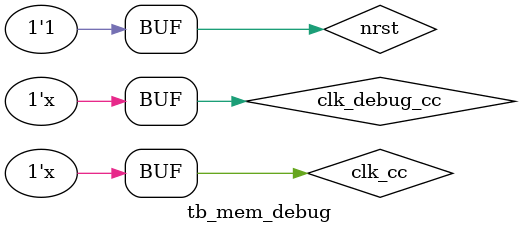
<source format=sv>

`timescale 1ns/1ns 
module tb_mem_debug; 

reg clk;            //core clock
reg clk_debug;      //debug clock
reg nrst;           //reset signal
reg [31:0] addr;    //input address to instruction memory
reg clk_cc ,clk_debug_cc ; // additional signals to help control clk and clk_debug

wire DEBUG_SIG, START; // output of debug module and input to instr_mem module
wire [31:0] DEBUG_addr, DEBUG_instr; // output of debug module and input to instr_mem module
wire [31:0]instr; // output of instr_mem module


//instantiation of DUTs
debug dut_1 (.clk(clk_debug), .nrst(nrst), .DEBUG_SIG(DEBUG_SIG), .DEBUG_addr(DEBUG_addr),.DEBUG_instr(DEBUG_instr), .START(START));
instr_mem  dut_2 (.clk(clk),.addr(addr),.instr(instr),.DEBUG_SIG(DEBUG_SIG), .DEBUG_addr(DEBUG_addr),.DEBUG_instr(DEBUG_instr),.clk_debug(clk_debug));

//here we simulate control of clk and clk_debug , that control is done in Top module
assign clk = clk_cc & START;
assign clk_debug= clk_debug_cc & ~(START);

//clocks  generation
initial begin 
    clk_cc = 0;
    clk_debug_cc = 0;  
 end 
 always begin 
 #5 clk_cc = ~clk_cc;
  end
   always begin 
 #5 clk_debug_cc = ~clk_debug_cc;
  end
  
 always @(posedge clk)begin
   addr <= addr+1;     // simulates address coming from PC
 end



//stimulus generation
 initial begin 
	 
  nrst = 0;
  addr = 0;
#10 nrst = 1; 
   
   end 
endmodule

</source>
